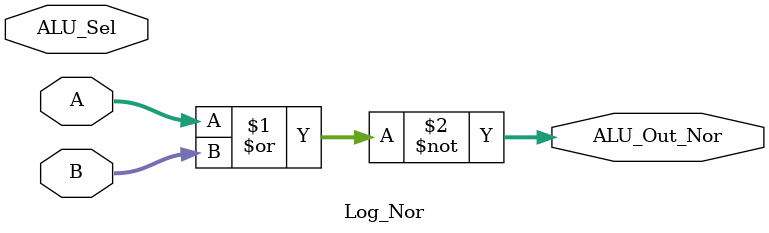
<source format=v>
module Log_Nor(output [3:0] ALU_Out_Nor,input [3:0] A, input [3:0] B,input [3:0] ALU_Sel);
assign ALU_Out_Nor = ~(A|B);
endmodule

</source>
